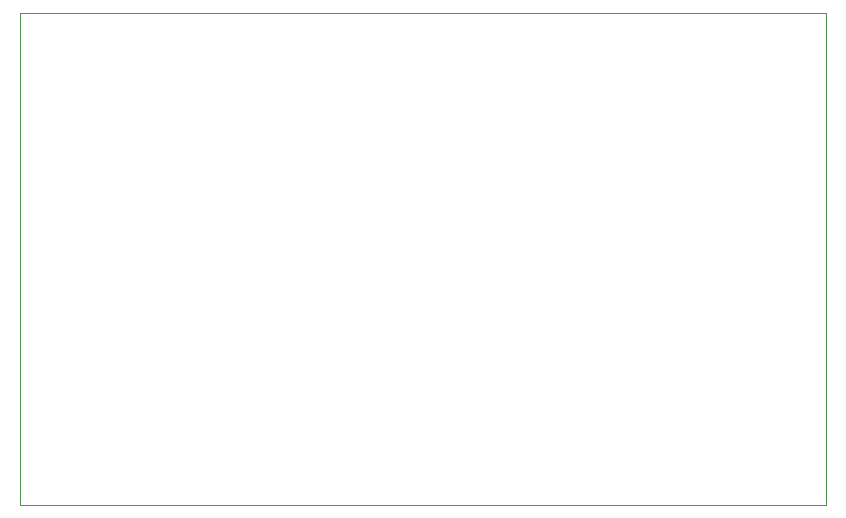
<source format=gm1>
G04 #@! TF.GenerationSoftware,KiCad,Pcbnew,8.0.8*
G04 #@! TF.CreationDate,2025-02-19T13:23:12-05:00*
G04 #@! TF.ProjectId,plot_gerbers,706c6f74-5f67-4657-9262-6572732e6b69,rev?*
G04 #@! TF.SameCoordinates,Original*
G04 #@! TF.FileFunction,Profile,NP*
%FSLAX46Y46*%
G04 Gerber Fmt 4.6, Leading zero omitted, Abs format (unit mm)*
G04 Created by KiCad (PCBNEW 8.0.8) date 2025-02-19 13:23:12*
%MOMM*%
%LPD*%
G01*
G04 APERTURE LIST*
G04 #@! TA.AperFunction,Profile*
%ADD10C,0.050000*%
G04 #@! TD*
G04 APERTURE END LIST*
D10*
X114310000Y-83190000D02*
X114310000Y-124890000D01*
X114310000Y-124890000D02*
X182510000Y-124890000D01*
X182510000Y-83190000D02*
X114310000Y-83190000D01*
X182510000Y-83190000D02*
X182510000Y-124890000D01*
M02*

</source>
